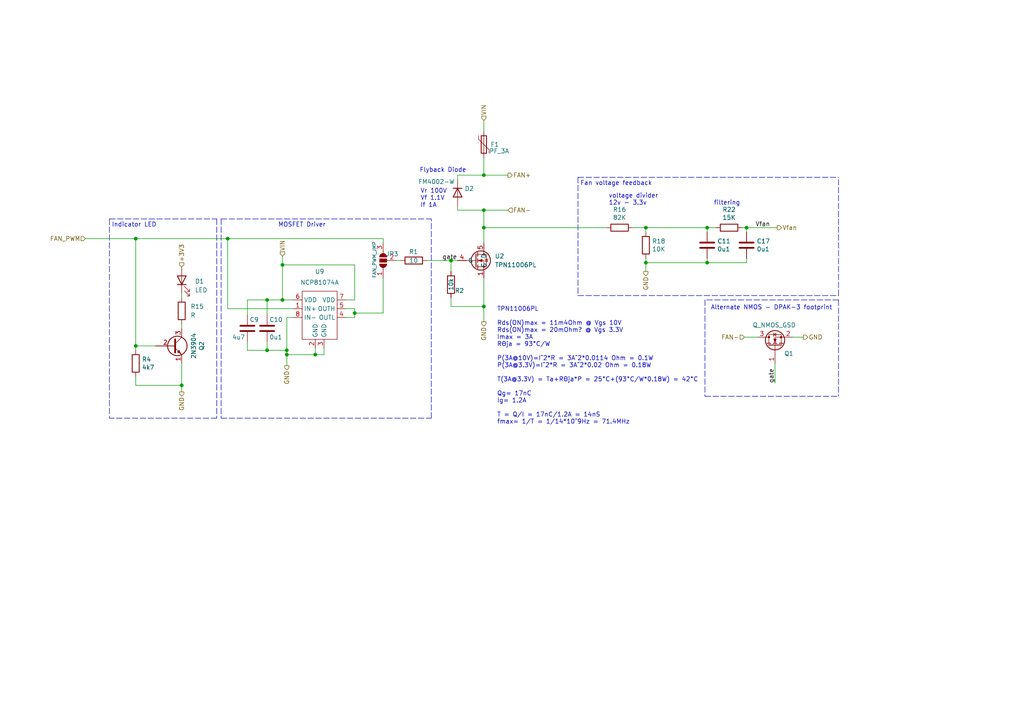
<source format=kicad_sch>
(kicad_sch (version 20211123) (generator eeschema)

  (uuid a455ade0-8ddb-42b8-9070-03402a47e789)

  (paper "A4")

  (title_block
    (title "CDH_ECU")
    (date "2022-03-06")
    (rev "1.2.3")
    (company "Daniel Edwards")
    (comment 1 "Chinese Diesel Heater - modern ECU replacement")
  )

  (lib_symbols
    (symbol "Device:C" (pin_numbers hide) (pin_names (offset 0.254)) (in_bom yes) (on_board yes)
      (property "Reference" "C" (id 0) (at 0.635 2.54 0)
        (effects (font (size 1.27 1.27)) (justify left))
      )
      (property "Value" "C" (id 1) (at 0.635 -2.54 0)
        (effects (font (size 1.27 1.27)) (justify left))
      )
      (property "Footprint" "" (id 2) (at 0.9652 -3.81 0)
        (effects (font (size 1.27 1.27)) hide)
      )
      (property "Datasheet" "~" (id 3) (at 0 0 0)
        (effects (font (size 1.27 1.27)) hide)
      )
      (property "ki_keywords" "cap capacitor" (id 4) (at 0 0 0)
        (effects (font (size 1.27 1.27)) hide)
      )
      (property "ki_description" "Unpolarized capacitor" (id 5) (at 0 0 0)
        (effects (font (size 1.27 1.27)) hide)
      )
      (property "ki_fp_filters" "C_*" (id 6) (at 0 0 0)
        (effects (font (size 1.27 1.27)) hide)
      )
      (symbol "C_0_1"
        (polyline
          (pts
            (xy -2.032 -0.762)
            (xy 2.032 -0.762)
          )
          (stroke (width 0.508) (type default) (color 0 0 0 0))
          (fill (type none))
        )
        (polyline
          (pts
            (xy -2.032 0.762)
            (xy 2.032 0.762)
          )
          (stroke (width 0.508) (type default) (color 0 0 0 0))
          (fill (type none))
        )
      )
      (symbol "C_1_1"
        (pin passive line (at 0 3.81 270) (length 2.794)
          (name "~" (effects (font (size 1.27 1.27))))
          (number "1" (effects (font (size 1.27 1.27))))
        )
        (pin passive line (at 0 -3.81 90) (length 2.794)
          (name "~" (effects (font (size 1.27 1.27))))
          (number "2" (effects (font (size 1.27 1.27))))
        )
      )
    )
    (symbol "Device:D" (pin_numbers hide) (pin_names (offset 1.016) hide) (in_bom yes) (on_board yes)
      (property "Reference" "D" (id 0) (at 0 2.54 0)
        (effects (font (size 1.27 1.27)))
      )
      (property "Value" "D" (id 1) (at 0 -2.54 0)
        (effects (font (size 1.27 1.27)))
      )
      (property "Footprint" "" (id 2) (at 0 0 0)
        (effects (font (size 1.27 1.27)) hide)
      )
      (property "Datasheet" "~" (id 3) (at 0 0 0)
        (effects (font (size 1.27 1.27)) hide)
      )
      (property "ki_keywords" "diode" (id 4) (at 0 0 0)
        (effects (font (size 1.27 1.27)) hide)
      )
      (property "ki_description" "Diode" (id 5) (at 0 0 0)
        (effects (font (size 1.27 1.27)) hide)
      )
      (property "ki_fp_filters" "TO-???* *_Diode_* *SingleDiode* D_*" (id 6) (at 0 0 0)
        (effects (font (size 1.27 1.27)) hide)
      )
      (symbol "D_0_1"
        (polyline
          (pts
            (xy -1.27 1.27)
            (xy -1.27 -1.27)
          )
          (stroke (width 0.254) (type default) (color 0 0 0 0))
          (fill (type none))
        )
        (polyline
          (pts
            (xy 1.27 0)
            (xy -1.27 0)
          )
          (stroke (width 0) (type default) (color 0 0 0 0))
          (fill (type none))
        )
        (polyline
          (pts
            (xy 1.27 1.27)
            (xy 1.27 -1.27)
            (xy -1.27 0)
            (xy 1.27 1.27)
          )
          (stroke (width 0.254) (type default) (color 0 0 0 0))
          (fill (type none))
        )
      )
      (symbol "D_1_1"
        (pin passive line (at -3.81 0 0) (length 2.54)
          (name "K" (effects (font (size 1.27 1.27))))
          (number "1" (effects (font (size 1.27 1.27))))
        )
        (pin passive line (at 3.81 0 180) (length 2.54)
          (name "A" (effects (font (size 1.27 1.27))))
          (number "2" (effects (font (size 1.27 1.27))))
        )
      )
    )
    (symbol "Device:LED" (pin_numbers hide) (pin_names (offset 1.016) hide) (in_bom yes) (on_board yes)
      (property "Reference" "D" (id 0) (at 0 2.54 0)
        (effects (font (size 1.27 1.27)))
      )
      (property "Value" "LED" (id 1) (at 0 -2.54 0)
        (effects (font (size 1.27 1.27)))
      )
      (property "Footprint" "" (id 2) (at 0 0 0)
        (effects (font (size 1.27 1.27)) hide)
      )
      (property "Datasheet" "~" (id 3) (at 0 0 0)
        (effects (font (size 1.27 1.27)) hide)
      )
      (property "ki_keywords" "LED diode" (id 4) (at 0 0 0)
        (effects (font (size 1.27 1.27)) hide)
      )
      (property "ki_description" "Light emitting diode" (id 5) (at 0 0 0)
        (effects (font (size 1.27 1.27)) hide)
      )
      (property "ki_fp_filters" "LED* LED_SMD:* LED_THT:*" (id 6) (at 0 0 0)
        (effects (font (size 1.27 1.27)) hide)
      )
      (symbol "LED_0_1"
        (polyline
          (pts
            (xy -1.27 -1.27)
            (xy -1.27 1.27)
          )
          (stroke (width 0.254) (type default) (color 0 0 0 0))
          (fill (type none))
        )
        (polyline
          (pts
            (xy -1.27 0)
            (xy 1.27 0)
          )
          (stroke (width 0) (type default) (color 0 0 0 0))
          (fill (type none))
        )
        (polyline
          (pts
            (xy 1.27 -1.27)
            (xy 1.27 1.27)
            (xy -1.27 0)
            (xy 1.27 -1.27)
          )
          (stroke (width 0.254) (type default) (color 0 0 0 0))
          (fill (type none))
        )
        (polyline
          (pts
            (xy -3.048 -0.762)
            (xy -4.572 -2.286)
            (xy -3.81 -2.286)
            (xy -4.572 -2.286)
            (xy -4.572 -1.524)
          )
          (stroke (width 0) (type default) (color 0 0 0 0))
          (fill (type none))
        )
        (polyline
          (pts
            (xy -1.778 -0.762)
            (xy -3.302 -2.286)
            (xy -2.54 -2.286)
            (xy -3.302 -2.286)
            (xy -3.302 -1.524)
          )
          (stroke (width 0) (type default) (color 0 0 0 0))
          (fill (type none))
        )
      )
      (symbol "LED_1_1"
        (pin passive line (at -3.81 0 0) (length 2.54)
          (name "K" (effects (font (size 1.27 1.27))))
          (number "1" (effects (font (size 1.27 1.27))))
        )
        (pin passive line (at 3.81 0 180) (length 2.54)
          (name "A" (effects (font (size 1.27 1.27))))
          (number "2" (effects (font (size 1.27 1.27))))
        )
      )
    )
    (symbol "Device:Polyfuse" (pin_numbers hide) (pin_names (offset 0)) (in_bom yes) (on_board yes)
      (property "Reference" "F" (id 0) (at -2.54 0 90)
        (effects (font (size 1.27 1.27)))
      )
      (property "Value" "Polyfuse" (id 1) (at 2.54 0 90)
        (effects (font (size 1.27 1.27)))
      )
      (property "Footprint" "" (id 2) (at 1.27 -5.08 0)
        (effects (font (size 1.27 1.27)) (justify left) hide)
      )
      (property "Datasheet" "~" (id 3) (at 0 0 0)
        (effects (font (size 1.27 1.27)) hide)
      )
      (property "ki_keywords" "resettable fuse PTC PPTC polyfuse polyswitch" (id 4) (at 0 0 0)
        (effects (font (size 1.27 1.27)) hide)
      )
      (property "ki_description" "Resettable fuse, polymeric positive temperature coefficient" (id 5) (at 0 0 0)
        (effects (font (size 1.27 1.27)) hide)
      )
      (property "ki_fp_filters" "*polyfuse* *PTC*" (id 6) (at 0 0 0)
        (effects (font (size 1.27 1.27)) hide)
      )
      (symbol "Polyfuse_0_1"
        (rectangle (start -0.762 2.54) (end 0.762 -2.54)
          (stroke (width 0.254) (type default) (color 0 0 0 0))
          (fill (type none))
        )
        (polyline
          (pts
            (xy 0 2.54)
            (xy 0 -2.54)
          )
          (stroke (width 0) (type default) (color 0 0 0 0))
          (fill (type none))
        )
        (polyline
          (pts
            (xy -1.524 2.54)
            (xy -1.524 1.524)
            (xy 1.524 -1.524)
            (xy 1.524 -2.54)
          )
          (stroke (width 0) (type default) (color 0 0 0 0))
          (fill (type none))
        )
      )
      (symbol "Polyfuse_1_1"
        (pin passive line (at 0 3.81 270) (length 1.27)
          (name "~" (effects (font (size 1.27 1.27))))
          (number "1" (effects (font (size 1.27 1.27))))
        )
        (pin passive line (at 0 -3.81 90) (length 1.27)
          (name "~" (effects (font (size 1.27 1.27))))
          (number "2" (effects (font (size 1.27 1.27))))
        )
      )
    )
    (symbol "Device:Q_NMOS_GSD" (pin_names (offset 0) hide) (in_bom yes) (on_board yes)
      (property "Reference" "Q" (id 0) (at 5.08 1.27 0)
        (effects (font (size 1.27 1.27)) (justify left))
      )
      (property "Value" "Q_NMOS_GSD" (id 1) (at 5.08 -1.27 0)
        (effects (font (size 1.27 1.27)) (justify left))
      )
      (property "Footprint" "" (id 2) (at 5.08 2.54 0)
        (effects (font (size 1.27 1.27)) hide)
      )
      (property "Datasheet" "~" (id 3) (at 0 0 0)
        (effects (font (size 1.27 1.27)) hide)
      )
      (property "ki_keywords" "transistor NMOS N-MOS N-MOSFET" (id 4) (at 0 0 0)
        (effects (font (size 1.27 1.27)) hide)
      )
      (property "ki_description" "N-MOSFET transistor, gate/source/drain" (id 5) (at 0 0 0)
        (effects (font (size 1.27 1.27)) hide)
      )
      (symbol "Q_NMOS_GSD_0_1"
        (polyline
          (pts
            (xy 0.254 0)
            (xy -2.54 0)
          )
          (stroke (width 0) (type default) (color 0 0 0 0))
          (fill (type none))
        )
        (polyline
          (pts
            (xy 0.254 1.905)
            (xy 0.254 -1.905)
          )
          (stroke (width 0.254) (type default) (color 0 0 0 0))
          (fill (type none))
        )
        (polyline
          (pts
            (xy 0.762 -1.27)
            (xy 0.762 -2.286)
          )
          (stroke (width 0.254) (type default) (color 0 0 0 0))
          (fill (type none))
        )
        (polyline
          (pts
            (xy 0.762 0.508)
            (xy 0.762 -0.508)
          )
          (stroke (width 0.254) (type default) (color 0 0 0 0))
          (fill (type none))
        )
        (polyline
          (pts
            (xy 0.762 2.286)
            (xy 0.762 1.27)
          )
          (stroke (width 0.254) (type default) (color 0 0 0 0))
          (fill (type none))
        )
        (polyline
          (pts
            (xy 2.54 2.54)
            (xy 2.54 1.778)
          )
          (stroke (width 0) (type default) (color 0 0 0 0))
          (fill (type none))
        )
        (polyline
          (pts
            (xy 2.54 -2.54)
            (xy 2.54 0)
            (xy 0.762 0)
          )
          (stroke (width 0) (type default) (color 0 0 0 0))
          (fill (type none))
        )
        (polyline
          (pts
            (xy 0.762 -1.778)
            (xy 3.302 -1.778)
            (xy 3.302 1.778)
            (xy 0.762 1.778)
          )
          (stroke (width 0) (type default) (color 0 0 0 0))
          (fill (type none))
        )
        (polyline
          (pts
            (xy 1.016 0)
            (xy 2.032 0.381)
            (xy 2.032 -0.381)
            (xy 1.016 0)
          )
          (stroke (width 0) (type default) (color 0 0 0 0))
          (fill (type outline))
        )
        (polyline
          (pts
            (xy 2.794 0.508)
            (xy 2.921 0.381)
            (xy 3.683 0.381)
            (xy 3.81 0.254)
          )
          (stroke (width 0) (type default) (color 0 0 0 0))
          (fill (type none))
        )
        (polyline
          (pts
            (xy 3.302 0.381)
            (xy 2.921 -0.254)
            (xy 3.683 -0.254)
            (xy 3.302 0.381)
          )
          (stroke (width 0) (type default) (color 0 0 0 0))
          (fill (type none))
        )
        (circle (center 1.651 0) (radius 2.794)
          (stroke (width 0.254) (type default) (color 0 0 0 0))
          (fill (type none))
        )
        (circle (center 2.54 -1.778) (radius 0.254)
          (stroke (width 0) (type default) (color 0 0 0 0))
          (fill (type outline))
        )
        (circle (center 2.54 1.778) (radius 0.254)
          (stroke (width 0) (type default) (color 0 0 0 0))
          (fill (type outline))
        )
      )
      (symbol "Q_NMOS_GSD_1_1"
        (pin input line (at -5.08 0 0) (length 2.54)
          (name "G" (effects (font (size 1.27 1.27))))
          (number "1" (effects (font (size 1.27 1.27))))
        )
        (pin passive line (at 2.54 -5.08 90) (length 2.54)
          (name "S" (effects (font (size 1.27 1.27))))
          (number "2" (effects (font (size 1.27 1.27))))
        )
        (pin passive line (at 2.54 5.08 270) (length 2.54)
          (name "D" (effects (font (size 1.27 1.27))))
          (number "3" (effects (font (size 1.27 1.27))))
        )
      )
    )
    (symbol "Device:R" (pin_numbers hide) (pin_names (offset 0)) (in_bom yes) (on_board yes)
      (property "Reference" "R" (id 0) (at 2.032 0 90)
        (effects (font (size 1.27 1.27)))
      )
      (property "Value" "R" (id 1) (at 0 0 90)
        (effects (font (size 1.27 1.27)))
      )
      (property "Footprint" "" (id 2) (at -1.778 0 90)
        (effects (font (size 1.27 1.27)) hide)
      )
      (property "Datasheet" "~" (id 3) (at 0 0 0)
        (effects (font (size 1.27 1.27)) hide)
      )
      (property "ki_keywords" "R res resistor" (id 4) (at 0 0 0)
        (effects (font (size 1.27 1.27)) hide)
      )
      (property "ki_description" "Resistor" (id 5) (at 0 0 0)
        (effects (font (size 1.27 1.27)) hide)
      )
      (property "ki_fp_filters" "R_*" (id 6) (at 0 0 0)
        (effects (font (size 1.27 1.27)) hide)
      )
      (symbol "R_0_1"
        (rectangle (start -1.016 -2.54) (end 1.016 2.54)
          (stroke (width 0.254) (type default) (color 0 0 0 0))
          (fill (type none))
        )
      )
      (symbol "R_1_1"
        (pin passive line (at 0 3.81 270) (length 1.27)
          (name "~" (effects (font (size 1.27 1.27))))
          (number "1" (effects (font (size 1.27 1.27))))
        )
        (pin passive line (at 0 -3.81 90) (length 1.27)
          (name "~" (effects (font (size 1.27 1.27))))
          (number "2" (effects (font (size 1.27 1.27))))
        )
      )
    )
    (symbol "Driver_FET:NCP81074A" (in_bom yes) (on_board yes)
      (property "Reference" "U" (id 0) (at 0 0 0)
        (effects (font (size 1.27 1.27)))
      )
      (property "Value" "NCP81074A" (id 1) (at 0 -2.54 0)
        (effects (font (size 1.27 1.27)))
      )
      (property "Footprint" "Package_SO:SOIC-8_3.9x4.9mm_P1.27mm" (id 2) (at 0 0 0)
        (effects (font (size 1.27 1.27)) hide)
      )
      (property "Datasheet" "https://www.mouser.fi/datasheet/2/308/1/NCP81074_D-2317499.pdf" (id 3) (at 0 0 0)
        (effects (font (size 1.27 1.27)) hide)
      )
      (symbol "NCP81074A_0_1"
        (rectangle (start -5.08 -3.81) (end 5.08 -17.78)
          (stroke (width 0) (type default) (color 0 0 0 0))
          (fill (type none))
        )
      )
      (symbol "NCP81074A_1_1"
        (pin input line (at -7.62 -8.89 0) (length 2.54)
          (name "IN+" (effects (font (size 1.27 1.27))))
          (number "1" (effects (font (size 1.27 1.27))))
        )
        (pin input line (at -1.27 -20.32 90) (length 2.54)
          (name "GND" (effects (font (size 1.27 1.27))))
          (number "2" (effects (font (size 1.27 1.27))))
        )
        (pin input line (at 1.27 -20.32 90) (length 2.54)
          (name "GND" (effects (font (size 1.27 1.27))))
          (number "3" (effects (font (size 1.27 1.27))))
        )
        (pin input line (at 7.62 -11.43 180) (length 2.54)
          (name "OUTL" (effects (font (size 1.27 1.27))))
          (number "4" (effects (font (size 1.27 1.27))))
        )
        (pin input line (at 7.62 -8.89 180) (length 2.54)
          (name "OUTH" (effects (font (size 1.27 1.27))))
          (number "5" (effects (font (size 1.27 1.27))))
        )
        (pin input line (at -7.62 -6.35 0) (length 2.54)
          (name "VDD" (effects (font (size 1.27 1.27))))
          (number "6" (effects (font (size 1.27 1.27))))
        )
        (pin input line (at 7.62 -6.35 180) (length 2.54)
          (name "VDD" (effects (font (size 1.27 1.27))))
          (number "7" (effects (font (size 1.27 1.27))))
        )
        (pin input line (at -7.62 -11.43 0) (length 2.54)
          (name "IN-" (effects (font (size 1.27 1.27))))
          (number "8" (effects (font (size 1.27 1.27))))
        )
      )
    )
    (symbol "Jumper:SolderJumper_3_Open" (pin_names (offset 0) hide) (in_bom yes) (on_board yes)
      (property "Reference" "JP" (id 0) (at -2.54 -2.54 0)
        (effects (font (size 1.27 1.27)))
      )
      (property "Value" "SolderJumper_3_Open" (id 1) (at 0 2.794 0)
        (effects (font (size 1.27 1.27)))
      )
      (property "Footprint" "" (id 2) (at 0 0 0)
        (effects (font (size 1.27 1.27)) hide)
      )
      (property "Datasheet" "~" (id 3) (at 0 0 0)
        (effects (font (size 1.27 1.27)) hide)
      )
      (property "ki_keywords" "Solder Jumper SPDT" (id 4) (at 0 0 0)
        (effects (font (size 1.27 1.27)) hide)
      )
      (property "ki_description" "Solder Jumper, 3-pole, open" (id 5) (at 0 0 0)
        (effects (font (size 1.27 1.27)) hide)
      )
      (property "ki_fp_filters" "SolderJumper*Open*" (id 6) (at 0 0 0)
        (effects (font (size 1.27 1.27)) hide)
      )
      (symbol "SolderJumper_3_Open_0_1"
        (arc (start -1.016 1.016) (mid -2.032 0) (end -1.016 -1.016)
          (stroke (width 0) (type default) (color 0 0 0 0))
          (fill (type none))
        )
        (arc (start -1.016 1.016) (mid -2.032 0) (end -1.016 -1.016)
          (stroke (width 0) (type default) (color 0 0 0 0))
          (fill (type outline))
        )
        (rectangle (start -0.508 1.016) (end 0.508 -1.016)
          (stroke (width 0) (type default) (color 0 0 0 0))
          (fill (type outline))
        )
        (polyline
          (pts
            (xy -2.54 0)
            (xy -2.032 0)
          )
          (stroke (width 0) (type default) (color 0 0 0 0))
          (fill (type none))
        )
        (polyline
          (pts
            (xy -1.016 1.016)
            (xy -1.016 -1.016)
          )
          (stroke (width 0) (type default) (color 0 0 0 0))
          (fill (type none))
        )
        (polyline
          (pts
            (xy 0 -1.27)
            (xy 0 -1.016)
          )
          (stroke (width 0) (type default) (color 0 0 0 0))
          (fill (type none))
        )
        (polyline
          (pts
            (xy 1.016 1.016)
            (xy 1.016 -1.016)
          )
          (stroke (width 0) (type default) (color 0 0 0 0))
          (fill (type none))
        )
        (polyline
          (pts
            (xy 2.54 0)
            (xy 2.032 0)
          )
          (stroke (width 0) (type default) (color 0 0 0 0))
          (fill (type none))
        )
        (arc (start 1.016 -1.016) (mid 2.032 0) (end 1.016 1.016)
          (stroke (width 0) (type default) (color 0 0 0 0))
          (fill (type none))
        )
        (arc (start 1.016 -1.016) (mid 2.032 0) (end 1.016 1.016)
          (stroke (width 0) (type default) (color 0 0 0 0))
          (fill (type outline))
        )
      )
      (symbol "SolderJumper_3_Open_1_1"
        (pin passive line (at -5.08 0 0) (length 2.54)
          (name "A" (effects (font (size 1.27 1.27))))
          (number "1" (effects (font (size 1.27 1.27))))
        )
        (pin input line (at 0 -3.81 90) (length 2.54)
          (name "C" (effects (font (size 1.27 1.27))))
          (number "2" (effects (font (size 1.27 1.27))))
        )
        (pin passive line (at 5.08 0 180) (length 2.54)
          (name "B" (effects (font (size 1.27 1.27))))
          (number "3" (effects (font (size 1.27 1.27))))
        )
      )
    )
    (symbol "Transistor_BJT:2N3904" (pin_names (offset 0) hide) (in_bom yes) (on_board yes)
      (property "Reference" "Q" (id 0) (at 5.08 1.905 0)
        (effects (font (size 1.27 1.27)) (justify left))
      )
      (property "Value" "2N3904" (id 1) (at 5.08 0 0)
        (effects (font (size 1.27 1.27)) (justify left))
      )
      (property "Footprint" "Package_TO_SOT_THT:TO-92_Inline" (id 2) (at 5.08 -1.905 0)
        (effects (font (size 1.27 1.27) italic) (justify left) hide)
      )
      (property "Datasheet" "https://www.onsemi.com/pub/Collateral/2N3903-D.PDF" (id 3) (at 0 0 0)
        (effects (font (size 1.27 1.27)) (justify left) hide)
      )
      (property "ki_keywords" "NPN Transistor" (id 4) (at 0 0 0)
        (effects (font (size 1.27 1.27)) hide)
      )
      (property "ki_description" "0.2A Ic, 40V Vce, Small Signal NPN Transistor, TO-92" (id 5) (at 0 0 0)
        (effects (font (size 1.27 1.27)) hide)
      )
      (property "ki_fp_filters" "TO?92*" (id 6) (at 0 0 0)
        (effects (font (size 1.27 1.27)) hide)
      )
      (symbol "2N3904_0_1"
        (polyline
          (pts
            (xy 0.635 0.635)
            (xy 2.54 2.54)
          )
          (stroke (width 0) (type default) (color 0 0 0 0))
          (fill (type none))
        )
        (polyline
          (pts
            (xy 0.635 -0.635)
            (xy 2.54 -2.54)
            (xy 2.54 -2.54)
          )
          (stroke (width 0) (type default) (color 0 0 0 0))
          (fill (type none))
        )
        (polyline
          (pts
            (xy 0.635 1.905)
            (xy 0.635 -1.905)
            (xy 0.635 -1.905)
          )
          (stroke (width 0.508) (type default) (color 0 0 0 0))
          (fill (type none))
        )
        (polyline
          (pts
            (xy 1.27 -1.778)
            (xy 1.778 -1.27)
            (xy 2.286 -2.286)
            (xy 1.27 -1.778)
            (xy 1.27 -1.778)
          )
          (stroke (width 0) (type default) (color 0 0 0 0))
          (fill (type outline))
        )
        (circle (center 1.27 0) (radius 2.8194)
          (stroke (width 0.254) (type default) (color 0 0 0 0))
          (fill (type none))
        )
      )
      (symbol "2N3904_1_1"
        (pin passive line (at 2.54 -5.08 90) (length 2.54)
          (name "E" (effects (font (size 1.27 1.27))))
          (number "1" (effects (font (size 1.27 1.27))))
        )
        (pin passive line (at -5.08 0 0) (length 5.715)
          (name "B" (effects (font (size 1.27 1.27))))
          (number "2" (effects (font (size 1.27 1.27))))
        )
        (pin passive line (at 2.54 5.08 270) (length 2.54)
          (name "C" (effects (font (size 1.27 1.27))))
          (number "3" (effects (font (size 1.27 1.27))))
        )
      )
    )
    (symbol "Transistor_FET:TPN11006PL" (in_bom yes) (on_board yes)
      (property "Reference" "U" (id 0) (at 0 0 0)
        (effects (font (size 1.27 1.27)))
      )
      (property "Value" "TPN11006PL" (id 1) (at 0 -2.54 0)
        (effects (font (size 1.27 1.27)))
      )
      (property "Footprint" "Package_SON:VSON-8_3.3x3.3mm_P0.65mm_NexFET" (id 2) (at 0 0 0)
        (effects (font (size 1.27 1.27)) hide)
      )
      (property "Datasheet" "https://www.mouser.fi/datasheet/2/408/TPN11006PL_datasheet_en_20160920-1568578.pdf" (id 3) (at 0 0 0)
        (effects (font (size 1.27 1.27)) hide)
      )
      (symbol "TPN11006PL_0_1"
        (polyline
          (pts
            (xy 0.254 -8.89)
            (xy -2.54 -8.89)
          )
          (stroke (width 0) (type default) (color 0 0 0 0))
          (fill (type none))
        )
        (polyline
          (pts
            (xy 0.254 -6.985)
            (xy 0.254 -10.795)
          )
          (stroke (width 0.254) (type default) (color 0 0 0 0))
          (fill (type none))
        )
        (polyline
          (pts
            (xy 0.762 -10.16)
            (xy 0.762 -11.176)
          )
          (stroke (width 0.254) (type default) (color 0 0 0 0))
          (fill (type none))
        )
        (polyline
          (pts
            (xy 0.762 -8.382)
            (xy 0.762 -9.398)
          )
          (stroke (width 0.254) (type default) (color 0 0 0 0))
          (fill (type none))
        )
        (polyline
          (pts
            (xy 0.762 -6.604)
            (xy 0.762 -7.62)
          )
          (stroke (width 0.254) (type default) (color 0 0 0 0))
          (fill (type none))
        )
        (polyline
          (pts
            (xy 2.54 -6.35)
            (xy 2.54 -7.112)
          )
          (stroke (width 0) (type default) (color 0 0 0 0))
          (fill (type none))
        )
        (polyline
          (pts
            (xy 2.54 -11.43)
            (xy 2.54 -8.89)
            (xy 0.762 -8.89)
          )
          (stroke (width 0) (type default) (color 0 0 0 0))
          (fill (type none))
        )
        (polyline
          (pts
            (xy 0.762 -10.668)
            (xy 3.302 -10.668)
            (xy 3.302 -7.112)
            (xy 0.762 -7.112)
          )
          (stroke (width 0) (type default) (color 0 0 0 0))
          (fill (type none))
        )
        (polyline
          (pts
            (xy 1.016 -8.89)
            (xy 2.032 -8.509)
            (xy 2.032 -9.271)
            (xy 1.016 -8.89)
          )
          (stroke (width 0) (type default) (color 0 0 0 0))
          (fill (type outline))
        )
        (polyline
          (pts
            (xy 2.794 -8.382)
            (xy 2.921 -8.509)
            (xy 3.683 -8.509)
            (xy 3.81 -8.636)
          )
          (stroke (width 0) (type default) (color 0 0 0 0))
          (fill (type none))
        )
        (polyline
          (pts
            (xy 3.302 -8.509)
            (xy 2.921 -9.144)
            (xy 3.683 -9.144)
            (xy 3.302 -8.509)
          )
          (stroke (width 0) (type default) (color 0 0 0 0))
          (fill (type none))
        )
        (circle (center 1.651 -8.89) (radius 2.794)
          (stroke (width 0.254) (type default) (color 0 0 0 0))
          (fill (type none))
        )
        (circle (center 2.54 -10.668) (radius 0.254)
          (stroke (width 0) (type default) (color 0 0 0 0))
          (fill (type outline))
        )
        (circle (center 2.54 -7.112) (radius 0.254)
          (stroke (width 0) (type default) (color 0 0 0 0))
          (fill (type outline))
        )
      )
      (symbol "TPN11006PL_1_1"
        (pin passive line (at 2.54 -13.97 90) (length 2.54)
          (name "S" (effects (font (size 1.27 1.27))))
          (number "1" (effects (font (size 1.27 1.27))))
        )
        (pin passive line (at 2.54 -13.97 90) (length 2.54) hide
          (name "S" (effects (font (size 1.27 1.27))))
          (number "2" (effects (font (size 1.27 1.27))))
        )
        (pin passive line (at 2.54 -13.97 90) (length 2.54) hide
          (name "S" (effects (font (size 1.27 1.27))))
          (number "3" (effects (font (size 1.27 1.27))))
        )
        (pin passive line (at -5.08 -8.89 0) (length 2.54)
          (name "G" (effects (font (size 1.27 1.27))))
          (number "4" (effects (font (size 1.27 1.27))))
        )
        (pin passive line (at 2.54 -3.81 270) (length 2.54)
          (name "D" (effects (font (size 1.27 1.27))))
          (number "5" (effects (font (size 1.27 1.27))))
        )
      )
    )
  )

  (junction (at 205.105 76.2) (diameter 0) (color 0 0 0 0)
    (uuid 044ab65a-a501-4a80-909e-8312d7122a54)
  )
  (junction (at 187.325 76.2) (diameter 0) (color 0 0 0 0)
    (uuid 09ca7180-ca45-461b-84bc-f9f0472691ec)
  )
  (junction (at 52.705 111.76) (diameter 0) (color 0 0 0 0)
    (uuid 0d3f836c-4e3c-421a-a14a-82a69775ab56)
  )
  (junction (at 187.325 66.04) (diameter 0) (color 0 0 0 0)
    (uuid 12fd3710-b33a-44fd-98ce-0f08caa39ce3)
  )
  (junction (at 216.535 66.04) (diameter 0) (color 0 0 0 0)
    (uuid 2905535d-b180-443b-b138-aa8a1c0bfb7e)
  )
  (junction (at 81.915 76.835) (diameter 0) (color 0 0 0 0)
    (uuid 3ff29c9f-dc7a-4491-81ac-d04ea084efb5)
  )
  (junction (at 83.185 102.87) (diameter 0) (color 0 0 0 0)
    (uuid 53cfc1a9-518a-474b-bbf8-d6071326d025)
  )
  (junction (at 39.37 69.215) (diameter 0) (color 0 0 0 0)
    (uuid 5a1b0058-4850-4ea8-bf8c-eea4c08d4d7f)
  )
  (junction (at 205.105 66.04) (diameter 0) (color 0 0 0 0)
    (uuid 5ea0a821-6288-4ed7-938b-ae7e4cb6e94c)
  )
  (junction (at 91.44 102.87) (diameter 0) (color 0 0 0 0)
    (uuid 63fd67c7-a692-4775-bf1f-8a5426cc3c06)
  )
  (junction (at 130.81 75.565) (diameter 0) (color 0 0 0 0)
    (uuid 753134d4-c01e-4464-a723-9388692aca2f)
  )
  (junction (at 39.37 100.33) (diameter 0) (color 0 0 0 0)
    (uuid 7b421715-0201-4bfe-bda8-26297677e14d)
  )
  (junction (at 77.47 101.6) (diameter 0) (color 0 0 0 0)
    (uuid 7b4ce41b-139b-4d93-9d2d-a4fbb4c832c6)
  )
  (junction (at 140.335 50.8) (diameter 0) (color 0 0 0 0)
    (uuid 93b39e2c-6c0a-4cb9-8266-0183f4257525)
  )
  (junction (at 77.47 86.995) (diameter 0) (color 0 0 0 0)
    (uuid 97af3fb7-5840-4c0c-928f-6135511013bc)
  )
  (junction (at 102.87 90.805) (diameter 0) (color 0 0 0 0)
    (uuid 98cee784-46a0-4ad2-9088-08e091a043c8)
  )
  (junction (at 66.04 69.215) (diameter 0) (color 0 0 0 0)
    (uuid 9e602694-d45b-4f34-ab5f-a9dc82656437)
  )
  (junction (at 140.335 66.04) (diameter 0) (color 0 0 0 0)
    (uuid b5e07bc1-780a-4f8e-b08e-ed5289946540)
  )
  (junction (at 140.335 60.96) (diameter 0) (color 0 0 0 0)
    (uuid b6eb4d1b-d2d3-4bb1-9447-f96ade66180a)
  )
  (junction (at 140.335 88.9) (diameter 0) (color 0 0 0 0)
    (uuid bc9341c3-d2e4-49e7-ae76-dd777505ad16)
  )
  (junction (at 83.185 101.6) (diameter 0) (color 0 0 0 0)
    (uuid d1c32974-d158-4ca1-8e1c-8ede6834a222)
  )
  (junction (at 81.915 86.995) (diameter 0) (color 0 0 0 0)
    (uuid ed1f58b6-30f4-4964-b3db-c1667b91240f)
  )

  (polyline (pts (xy 64.135 63.5) (xy 125.095 63.5))
    (stroke (width 0) (type default) (color 0 0 0 0))
    (uuid 076cecab-14ab-4091-b517-3e4b8c4cf246)
  )
  (polyline (pts (xy 125.095 121.285) (xy 125.095 63.5))
    (stroke (width 0) (type default) (color 0 0 0 0))
    (uuid 0a537cf5-b2eb-4c82-8d6a-9d49f32c83e7)
  )

  (wire (pts (xy 140.335 66.04) (xy 140.335 70.485))
    (stroke (width 0) (type default) (color 0 0 0 0))
    (uuid 0ce76204-940e-4026-999b-9cdc9519fa0a)
  )
  (wire (pts (xy 140.335 60.96) (xy 140.335 66.04))
    (stroke (width 0) (type default) (color 0 0 0 0))
    (uuid 0daab462-9822-4068-88d8-f5941a3244f1)
  )
  (wire (pts (xy 52.705 113.665) (xy 52.705 111.76))
    (stroke (width 0) (type default) (color 0 0 0 0))
    (uuid 0f03bff2-f1ca-4ca2-8c53-4097bf92f576)
  )
  (polyline (pts (xy 167.64 85.725) (xy 243.205 85.725))
    (stroke (width 0) (type default) (color 0 0 0 0))
    (uuid 14373a04-62c4-41a3-9514-813f27c0a2c3)
  )

  (wire (pts (xy 100.33 89.535) (xy 102.87 89.535))
    (stroke (width 0) (type default) (color 0 0 0 0))
    (uuid 155c8839-5661-42e9-b2cd-d4e832cac169)
  )
  (wire (pts (xy 187.325 67.31) (xy 187.325 66.04))
    (stroke (width 0) (type default) (color 0 0 0 0))
    (uuid 17818a06-0f53-44cc-9ecf-d9329b93fe20)
  )
  (wire (pts (xy 102.87 90.805) (xy 111.125 90.805))
    (stroke (width 0) (type default) (color 0 0 0 0))
    (uuid 18296f36-e8a3-424f-847f-b09d0969f001)
  )
  (wire (pts (xy 100.33 86.995) (xy 102.87 86.995))
    (stroke (width 0) (type default) (color 0 0 0 0))
    (uuid 1aea185b-4b4b-4dd2-90a1-07d0b24e7999)
  )
  (wire (pts (xy 93.98 100.965) (xy 93.98 102.87))
    (stroke (width 0) (type default) (color 0 0 0 0))
    (uuid 1b73c481-e8aa-428b-b22b-a76c834e493b)
  )
  (wire (pts (xy 102.87 92.075) (xy 100.33 92.075))
    (stroke (width 0) (type default) (color 0 0 0 0))
    (uuid 2115d1a7-8ba9-4206-8324-c2535f0b5c9e)
  )
  (polyline (pts (xy 31.75 63.5) (xy 31.75 121.285))
    (stroke (width 0) (type default) (color 0 0 0 0))
    (uuid 222f2b12-19a5-416f-ba34-143063bda345)
  )

  (wire (pts (xy 140.335 50.8) (xy 147.32 50.8))
    (stroke (width 0) (type default) (color 0 0 0 0))
    (uuid 2523c831-d66d-43f4-bce4-8c957a3aea4e)
  )
  (wire (pts (xy 215.265 66.04) (xy 216.535 66.04))
    (stroke (width 0) (type default) (color 0 0 0 0))
    (uuid 25c42e42-c92f-4886-baa5-e7f91f32e68f)
  )
  (polyline (pts (xy 243.205 85.725) (xy 243.205 51.435))
    (stroke (width 0) (type default) (color 0 0 0 0))
    (uuid 30acf47e-9d90-4220-a8c6-097ce3b9f2fd)
  )
  (polyline (pts (xy 243.205 86.995) (xy 204.47 86.995))
    (stroke (width 0) (type default) (color 0 0 0 0))
    (uuid 32e231c7-48a4-4f8f-84a1-93ac7064f4e1)
  )

  (wire (pts (xy 205.105 67.31) (xy 205.105 66.04))
    (stroke (width 0) (type default) (color 0 0 0 0))
    (uuid 35cda4df-2d47-4e65-981a-75cd5d11eff4)
  )
  (wire (pts (xy 91.44 102.87) (xy 83.185 102.87))
    (stroke (width 0) (type default) (color 0 0 0 0))
    (uuid 3a0fcf26-93ed-48ac-8e25-7c00891fbedc)
  )
  (wire (pts (xy 83.185 102.87) (xy 83.185 106.045))
    (stroke (width 0) (type default) (color 0 0 0 0))
    (uuid 3b2a3468-548a-489e-9422-cabf8ad4409d)
  )
  (wire (pts (xy 85.09 92.075) (xy 83.185 92.075))
    (stroke (width 0) (type default) (color 0 0 0 0))
    (uuid 3e450deb-9843-4ccb-bc5f-447d91e80655)
  )
  (wire (pts (xy 114.935 75.565) (xy 116.205 75.565))
    (stroke (width 0) (type default) (color 0 0 0 0))
    (uuid 4350ff9b-adfa-4263-a709-f0e1583f44de)
  )
  (wire (pts (xy 71.755 86.995) (xy 71.755 91.44))
    (stroke (width 0) (type default) (color 0 0 0 0))
    (uuid 44afb887-5687-43b9-b24a-568a24878f42)
  )
  (wire (pts (xy 183.515 66.04) (xy 187.325 66.04))
    (stroke (width 0) (type default) (color 0 0 0 0))
    (uuid 4e07b676-f9cd-4642-a826-c90a8f1881bb)
  )
  (wire (pts (xy 102.87 89.535) (xy 102.87 90.805))
    (stroke (width 0) (type default) (color 0 0 0 0))
    (uuid 51595c7b-f873-40a2-8694-425533188022)
  )
  (wire (pts (xy 187.325 66.04) (xy 205.105 66.04))
    (stroke (width 0) (type default) (color 0 0 0 0))
    (uuid 51b7e0c7-8661-4cd7-9c30-3fb0383a1168)
  )
  (wire (pts (xy 205.105 66.04) (xy 207.645 66.04))
    (stroke (width 0) (type default) (color 0 0 0 0))
    (uuid 562b9790-7776-485b-83f1-af2b345fbedb)
  )
  (wire (pts (xy 24.765 69.215) (xy 39.37 69.215))
    (stroke (width 0) (type default) (color 0 0 0 0))
    (uuid 583f38ff-4839-4e6c-bb30-a5db7fcfd9ee)
  )
  (wire (pts (xy 224.79 111.125) (xy 224.79 105.41))
    (stroke (width 0) (type default) (color 0 0 0 0))
    (uuid 5bbff8a9-5eb0-4ed1-85aa-b0366d0ed19d)
  )
  (wire (pts (xy 130.81 75.565) (xy 130.81 78.74))
    (stroke (width 0) (type default) (color 0 0 0 0))
    (uuid 5e0cda00-07c3-4b22-8fc7-12907d6eed4a)
  )
  (wire (pts (xy 147.32 60.96) (xy 140.335 60.96))
    (stroke (width 0) (type default) (color 0 0 0 0))
    (uuid 5ff7dbc3-2224-42ed-924c-ae45cdd49c74)
  )
  (wire (pts (xy 93.98 102.87) (xy 91.44 102.87))
    (stroke (width 0) (type default) (color 0 0 0 0))
    (uuid 608aa530-388e-4c77-94ca-bec32b4005c7)
  )
  (wire (pts (xy 81.915 76.835) (xy 81.915 86.995))
    (stroke (width 0) (type default) (color 0 0 0 0))
    (uuid 62c9860a-dcee-4134-96b3-436a940aa5b2)
  )
  (wire (pts (xy 187.325 76.2) (xy 205.105 76.2))
    (stroke (width 0) (type default) (color 0 0 0 0))
    (uuid 6392e035-db06-4575-8469-d4b89ac3c5ef)
  )
  (polyline (pts (xy 62.865 63.5) (xy 62.865 121.285))
    (stroke (width 0) (type default) (color 0 0 0 0))
    (uuid 651dcb34-f41d-4628-9b99-dd553efee069)
  )

  (wire (pts (xy 52.705 111.76) (xy 52.705 105.41))
    (stroke (width 0) (type default) (color 0 0 0 0))
    (uuid 6820052a-0c2d-4241-81d0-f42983cdd073)
  )
  (wire (pts (xy 130.81 88.9) (xy 140.335 88.9))
    (stroke (width 0) (type default) (color 0 0 0 0))
    (uuid 68e7fd4a-68e6-4e34-8e91-825d4ebd9d4a)
  )
  (polyline (pts (xy 204.47 114.935) (xy 243.205 114.935))
    (stroke (width 0) (type default) (color 0 0 0 0))
    (uuid 6c8297cf-557c-4ddd-8d20-bc5ffa1faf8e)
  )

  (wire (pts (xy 77.47 86.995) (xy 71.755 86.995))
    (stroke (width 0) (type default) (color 0 0 0 0))
    (uuid 6cdcdb95-ae6d-4fc4-90c0-1c42b8370116)
  )
  (wire (pts (xy 132.715 52.07) (xy 132.715 50.8))
    (stroke (width 0) (type default) (color 0 0 0 0))
    (uuid 6d60db5d-2861-492e-a1e6-36849e377bf7)
  )
  (wire (pts (xy 85.09 89.535) (xy 66.04 89.535))
    (stroke (width 0) (type default) (color 0 0 0 0))
    (uuid 71e9264f-ba3c-492e-8957-bb0ee499950e)
  )
  (wire (pts (xy 216.535 74.93) (xy 216.535 76.2))
    (stroke (width 0) (type default) (color 0 0 0 0))
    (uuid 75764702-3fa9-4c2b-b02a-199dccfef048)
  )
  (wire (pts (xy 102.87 76.835) (xy 81.915 76.835))
    (stroke (width 0) (type default) (color 0 0 0 0))
    (uuid 75ab73b0-0032-4486-9242-4de62ba7ab8e)
  )
  (wire (pts (xy 52.705 93.98) (xy 52.705 95.25))
    (stroke (width 0) (type default) (color 0 0 0 0))
    (uuid 76fb8df3-3f10-483f-9d28-e756a8f3c457)
  )
  (wire (pts (xy 83.185 101.6) (xy 83.185 102.87))
    (stroke (width 0) (type default) (color 0 0 0 0))
    (uuid 780833eb-658c-4f31-9c64-0a5f41984e30)
  )
  (wire (pts (xy 39.37 69.215) (xy 66.04 69.215))
    (stroke (width 0) (type default) (color 0 0 0 0))
    (uuid 783766b6-ef17-47f4-83d4-41a042fd1b62)
  )
  (wire (pts (xy 66.04 89.535) (xy 66.04 69.215))
    (stroke (width 0) (type default) (color 0 0 0 0))
    (uuid 7ec05c50-7154-48c0-96c6-60d0e87deb97)
  )
  (wire (pts (xy 77.47 86.995) (xy 77.47 91.44))
    (stroke (width 0) (type default) (color 0 0 0 0))
    (uuid 7fb04589-83d2-4a33-b9cc-3620c102b895)
  )
  (wire (pts (xy 229.87 97.79) (xy 233.045 97.79))
    (stroke (width 0) (type default) (color 0 0 0 0))
    (uuid 80091b8f-a3cb-4b4f-8b77-9870a33f6ed4)
  )
  (wire (pts (xy 39.37 69.215) (xy 39.37 100.33))
    (stroke (width 0) (type default) (color 0 0 0 0))
    (uuid 85843d9e-fa02-41dd-98b6-973af450d8e0)
  )
  (polyline (pts (xy 167.64 51.435) (xy 243.205 51.435))
    (stroke (width 0) (type default) (color 0 0 0 0))
    (uuid 8676bb9e-12eb-4ee8-a599-475204c3abbd)
  )

  (wire (pts (xy 216.535 66.04) (xy 225.425 66.04))
    (stroke (width 0) (type default) (color 0 0 0 0))
    (uuid 86a4db02-71a8-4522-9d08-e0789faf3315)
  )
  (wire (pts (xy 140.335 88.9) (xy 140.335 93.345))
    (stroke (width 0) (type default) (color 0 0 0 0))
    (uuid 8b2aed4b-b738-451e-8c07-16a5244a9429)
  )
  (wire (pts (xy 123.825 75.565) (xy 130.81 75.565))
    (stroke (width 0) (type default) (color 0 0 0 0))
    (uuid 8d63a1ca-4af0-465e-83a7-fe31c87ad96c)
  )
  (wire (pts (xy 130.81 75.565) (xy 132.715 75.565))
    (stroke (width 0) (type default) (color 0 0 0 0))
    (uuid 8fb7fe42-167f-428d-99c1-96db287fce47)
  )
  (wire (pts (xy 111.125 70.485) (xy 111.125 69.215))
    (stroke (width 0) (type default) (color 0 0 0 0))
    (uuid 903efea5-d930-4098-b43d-2577b22740cd)
  )
  (wire (pts (xy 187.325 74.93) (xy 187.325 76.2))
    (stroke (width 0) (type default) (color 0 0 0 0))
    (uuid 946026fe-175b-4ed3-8cd6-6a3d86df0fdb)
  )
  (polyline (pts (xy 62.865 121.285) (xy 31.75 121.285))
    (stroke (width 0) (type default) (color 0 0 0 0))
    (uuid 95dc8554-43ff-4e4c-86fe-6b3ac4d7147b)
  )

  (wire (pts (xy 216.535 67.31) (xy 216.535 66.04))
    (stroke (width 0) (type default) (color 0 0 0 0))
    (uuid 9d6aa356-69f8-4d41-a5da-e0623c3627d1)
  )
  (wire (pts (xy 140.335 66.04) (xy 175.895 66.04))
    (stroke (width 0) (type default) (color 0 0 0 0))
    (uuid a58bbf0a-ee18-4c7f-b6a4-310289161243)
  )
  (wire (pts (xy 91.44 100.965) (xy 91.44 102.87))
    (stroke (width 0) (type default) (color 0 0 0 0))
    (uuid a77d5274-cd8b-489b-96f4-b1d279974342)
  )
  (wire (pts (xy 140.335 80.645) (xy 140.335 88.9))
    (stroke (width 0) (type default) (color 0 0 0 0))
    (uuid a8511f88-069d-41db-8cce-57fbd7f434eb)
  )
  (wire (pts (xy 39.37 100.33) (xy 45.085 100.33))
    (stroke (width 0) (type default) (color 0 0 0 0))
    (uuid a97096ea-e40f-4d58-b136-0cfccf698825)
  )
  (wire (pts (xy 52.705 85.09) (xy 52.705 86.36))
    (stroke (width 0) (type default) (color 0 0 0 0))
    (uuid ac977372-57b2-47b4-af26-4636d70ed01a)
  )
  (wire (pts (xy 66.04 69.215) (xy 111.125 69.215))
    (stroke (width 0) (type default) (color 0 0 0 0))
    (uuid b04273f0-01be-4fe1-8dce-fd611764c7e0)
  )
  (wire (pts (xy 77.47 86.995) (xy 81.915 86.995))
    (stroke (width 0) (type default) (color 0 0 0 0))
    (uuid b04ef06c-4f23-4b44-b8fa-cbb2d78bd512)
  )
  (wire (pts (xy 39.37 109.22) (xy 39.37 111.76))
    (stroke (width 0) (type default) (color 0 0 0 0))
    (uuid b09a16b6-c1c1-4f33-8a7d-cbfdf4b0e521)
  )
  (wire (pts (xy 205.105 74.93) (xy 205.105 76.2))
    (stroke (width 0) (type default) (color 0 0 0 0))
    (uuid b79b4e68-eecb-44a6-835f-25a5eed73305)
  )
  (wire (pts (xy 132.715 50.8) (xy 140.335 50.8))
    (stroke (width 0) (type default) (color 0 0 0 0))
    (uuid bd0b169e-6c13-4754-8bfc-189541621ff0)
  )
  (polyline (pts (xy 64.135 121.285) (xy 125.095 121.285))
    (stroke (width 0) (type default) (color 0 0 0 0))
    (uuid becfee33-4374-4645-87a4-9eca297fbaf9)
  )
  (polyline (pts (xy 64.135 63.5) (xy 64.135 121.285))
    (stroke (width 0) (type default) (color 0 0 0 0))
    (uuid bf827701-d487-4c8a-8fd5-cd51f04fcb30)
  )

  (wire (pts (xy 102.87 86.995) (xy 102.87 76.835))
    (stroke (width 0) (type default) (color 0 0 0 0))
    (uuid c04644d8-7e51-43c4-8003-45004728ac6d)
  )
  (polyline (pts (xy 243.205 86.995) (xy 243.205 114.935))
    (stroke (width 0) (type default) (color 0 0 0 0))
    (uuid c3b6551c-aecf-4b7f-b251-7a00518caef9)
  )

  (wire (pts (xy 187.325 76.2) (xy 187.325 78.74))
    (stroke (width 0) (type default) (color 0 0 0 0))
    (uuid cef43132-2e7b-4a38-b4ed-047325302b18)
  )
  (wire (pts (xy 81.915 74.295) (xy 81.915 76.835))
    (stroke (width 0) (type default) (color 0 0 0 0))
    (uuid cfa4ca98-95b3-4c99-aa0d-4989e09a5565)
  )
  (wire (pts (xy 71.755 99.06) (xy 71.755 101.6))
    (stroke (width 0) (type default) (color 0 0 0 0))
    (uuid cfab3ba3-9f30-4e51-8317-5a1e11734b11)
  )
  (wire (pts (xy 132.715 59.69) (xy 132.715 60.96))
    (stroke (width 0) (type default) (color 0 0 0 0))
    (uuid cfae5fc2-79f1-41d8-914b-a4ba0cf424bb)
  )
  (wire (pts (xy 39.37 101.6) (xy 39.37 100.33))
    (stroke (width 0) (type default) (color 0 0 0 0))
    (uuid d3007792-7ae4-4d0d-86c5-d7612576b9ac)
  )
  (polyline (pts (xy 204.47 86.995) (xy 204.47 114.935))
    (stroke (width 0) (type default) (color 0 0 0 0))
    (uuid d34d9d97-d27b-493f-88df-f4e3053d9d64)
  )

  (wire (pts (xy 77.47 101.6) (xy 83.185 101.6))
    (stroke (width 0) (type default) (color 0 0 0 0))
    (uuid d43f76db-dfc8-45b0-8838-ce3f6dd44496)
  )
  (wire (pts (xy 77.47 99.06) (xy 77.47 101.6))
    (stroke (width 0) (type default) (color 0 0 0 0))
    (uuid d44da2e9-d54d-4999-a6da-9d646bf1253c)
  )
  (wire (pts (xy 140.335 45.72) (xy 140.335 50.8))
    (stroke (width 0) (type default) (color 0 0 0 0))
    (uuid d625e013-3fe6-435f-a230-98e782c7448f)
  )
  (wire (pts (xy 215.9 97.79) (xy 219.71 97.79))
    (stroke (width 0) (type default) (color 0 0 0 0))
    (uuid d7aea1d5-a808-44ab-a3c2-bb917dc10c1b)
  )
  (wire (pts (xy 71.755 101.6) (xy 77.47 101.6))
    (stroke (width 0) (type default) (color 0 0 0 0))
    (uuid d9ed0465-2f23-44e2-85a6-c0dc406e5398)
  )
  (wire (pts (xy 39.37 111.76) (xy 52.705 111.76))
    (stroke (width 0) (type default) (color 0 0 0 0))
    (uuid da202a2e-5371-4bc5-8155-908cdd5d0be5)
  )
  (wire (pts (xy 111.125 80.645) (xy 111.125 90.805))
    (stroke (width 0) (type default) (color 0 0 0 0))
    (uuid da66f689-397b-4d67-bfe8-2abf7b69a7b4)
  )
  (wire (pts (xy 102.87 90.805) (xy 102.87 92.075))
    (stroke (width 0) (type default) (color 0 0 0 0))
    (uuid dbdaf277-151b-4601-92ab-00caf4505b5c)
  )
  (wire (pts (xy 85.09 86.995) (xy 81.915 86.995))
    (stroke (width 0) (type default) (color 0 0 0 0))
    (uuid e3b17b0b-df2b-47e1-abc5-a31195efba5d)
  )
  (wire (pts (xy 83.185 92.075) (xy 83.185 101.6))
    (stroke (width 0) (type default) (color 0 0 0 0))
    (uuid ec392e82-4ba4-417e-86cb-9b8eadfe8e0c)
  )
  (polyline (pts (xy 167.64 51.435) (xy 167.64 85.725))
    (stroke (width 0) (type default) (color 0 0 0 0))
    (uuid ee772430-9654-41a4-8b80-c1857d0e5605)
  )

  (wire (pts (xy 205.105 76.2) (xy 216.535 76.2))
    (stroke (width 0) (type default) (color 0 0 0 0))
    (uuid f6704511-6aa9-42c6-81db-2b09fc93a113)
  )
  (wire (pts (xy 130.81 86.36) (xy 130.81 88.9))
    (stroke (width 0) (type default) (color 0 0 0 0))
    (uuid fa5d1d02-656b-4305-b665-2c74f579ad96)
  )
  (polyline (pts (xy 31.75 63.5) (xy 62.865 63.5))
    (stroke (width 0) (type default) (color 0 0 0 0))
    (uuid fa9be1a4-74b4-42fc-ac60-ac8f64fc9558)
  )

  (wire (pts (xy 132.715 60.96) (xy 140.335 60.96))
    (stroke (width 0) (type default) (color 0 0 0 0))
    (uuid fb731d0a-c1ae-44b7-a1a5-d063c47bcd50)
  )
  (wire (pts (xy 140.335 34.925) (xy 140.335 38.1))
    (stroke (width 0) (type default) (color 0 0 0 0))
    (uuid fba7a787-a3ed-4290-968a-995435896257)
  )

  (text "filtering" (at 207.01 59.69 0)
    (effects (font (size 1.27 1.27)) (justify left bottom))
    (uuid 05b7e6e4-85c0-4818-9462-8cb582f36e2d)
  )
  (text "TPN11006PL\n\nRds(ON)max = 11m4Ohm @ Vgs 10V\nRds(ON)max = 20mOhm? @ Vgs 3.3V\nImax = 3A\nRϴja = 93°C/W\n\nP(3A@10V)=I^2*R = 3A^2*0.0114 Ohm = 0.1W\nP(3A@3.3V)=I^2*R = 3A^2*0.02 Ohm = 0.18W\n\nT(3A@3.3V) = Ta+Rϴja*P = 25°C+(93°C/W*0.18W) = 42°C\n\nQg= 17nC\nIg= 1.2A\n\nT = Q/I = 17nC/1.2A = 14nS\nfmax= 1/T = 1/14*10^9Hz = 71.4MHz"
    (at 144.145 123.19 0)
    (effects (font (size 1.27 1.27)) (justify left bottom))
    (uuid 1d0d975d-5612-479e-aea8-d8c37e76ba84)
  )
  (text "Indicator LED\n" (at 32.385 66.04 0)
    (effects (font (size 1.27 1.27)) (justify left bottom))
    (uuid 22944c24-c11c-42d2-8ccf-e7aca2defc0d)
  )
  (text "Alternate NMOS - DPAK-3 footprint\n" (at 206.121 90.043 0)
    (effects (font (size 1.27 1.27)) (justify left bottom))
    (uuid 30054559-16f3-4e2b-9fcb-3388ac393060)
  )
  (text "Fan voltage feedback\n" (at 168.275 53.975 0)
    (effects (font (size 1.27 1.27)) (justify left bottom))
    (uuid 356eb906-4a50-4ab0-82ee-a26689638f72)
  )
  (text "Vr 100V\nVf 1.1V\nIf 1A\n" (at 121.92 60.325 0)
    (effects (font (size 1.27 1.27)) (justify left bottom))
    (uuid 581586ed-3eb6-475e-a17d-1344ba016d92)
  )
  (text "Flyback Diode" (at 135.255 50.165 180)
    (effects (font (size 1.27 1.27)) (justify right bottom))
    (uuid 5ae23eb4-0c51-42c0-8976-2fbf7a25c8b8)
  )
  (text "voltage divider \n12v - 3.3v\n" (at 176.53 59.69 0)
    (effects (font (size 1.27 1.27)) (justify left bottom))
    (uuid ba58dd06-9b13-4c5b-8b0a-496302a798c7)
  )
  (text "MOSFET Driver\n" (at 80.645 66.04 0)
    (effects (font (size 1.27 1.27)) (justify left bottom))
    (uuid f5452ae3-1d60-4216-9c9c-76e390177571)
  )

  (label "Vfan" (at 219.075 66.04 0)
    (effects (font (size 1.27 1.27)) (justify left bottom))
    (uuid 3f9eec93-c39e-49c9-be4b-0b3622e85b65)
  )
  (label "gate" (at 224.79 111.125 90)
    (effects (font (size 1.27 1.27)) (justify left bottom))
    (uuid b8f7f020-acd3-444e-b884-7304447f9b1c)
  )
  (label "gate" (at 128.27 75.565 0)
    (effects (font (size 1.27 1.27)) (justify left bottom))
    (uuid f0c94add-94af-4064-83af-0120eadfe0b2)
  )

  (hierarchical_label "FAN-" (shape input) (at 147.32 60.96 0)
    (effects (font (size 1.27 1.27)) (justify left))
    (uuid 001efe5b-cda2-4a5f-aaf0-bba3e285262c)
  )
  (hierarchical_label "FAN_PWM" (shape input) (at 24.765 69.215 180)
    (effects (font (size 1.27 1.27)) (justify right))
    (uuid 25a4f078-38e2-4379-a8f2-22fb2305f266)
  )
  (hierarchical_label "VIN" (shape input) (at 140.335 34.925 90)
    (effects (font (size 1.27 1.27)) (justify left))
    (uuid 2765231a-027d-4d77-b089-b76a3216e9b2)
  )
  (hierarchical_label "GND" (shape output) (at 233.045 97.79 0)
    (effects (font (size 1.27 1.27)) (justify left))
    (uuid 2c275765-69df-45c1-9a49-cc9867bc98d0)
  )
  (hierarchical_label "Vfan" (shape output) (at 225.425 66.04 0)
    (effects (font (size 1.27 1.27)) (justify left))
    (uuid 56136e9a-1fba-4663-9db1-10e2b421f2cd)
  )
  (hierarchical_label "GND" (shape output) (at 187.325 78.74 270)
    (effects (font (size 1.27 1.27)) (justify right))
    (uuid 5b022e1d-0145-4dc0-bc15-9d9cc1ec7236)
  )
  (hierarchical_label "+3V3" (shape input) (at 52.705 77.47 90)
    (effects (font (size 1.27 1.27)) (justify left))
    (uuid 8019c9a7-3513-44ad-85e6-1c971f5e3590)
  )
  (hierarchical_label "FAN-" (shape input) (at 215.9 97.79 180)
    (effects (font (size 1.27 1.27)) (justify right))
    (uuid 8ed3733e-7fa2-4a69-b0e4-93b5c30d324f)
  )
  (hierarchical_label "GND" (shape output) (at 52.705 113.665 270)
    (effects (font (size 1.27 1.27)) (justify right))
    (uuid 93ce6f02-42f8-4dc8-94bc-ec719a0fa2a7)
  )
  (hierarchical_label "GND" (shape output) (at 83.185 106.045 270)
    (effects (font (size 1.27 1.27)) (justify right))
    (uuid a6d30019-89cc-40da-9543-fd249c111d2d)
  )
  (hierarchical_label "FAN+" (shape output) (at 147.32 50.8 0)
    (effects (font (size 1.27 1.27)) (justify left))
    (uuid a9a255d8-2f67-4117-8080-dd5753426d75)
  )
  (hierarchical_label "GND" (shape output) (at 140.335 93.345 270)
    (effects (font (size 1.27 1.27)) (justify right))
    (uuid ae41c7fc-25fe-4327-aa35-5d65b3149ab5)
  )
  (hierarchical_label "VIN" (shape input) (at 81.915 74.295 90)
    (effects (font (size 1.27 1.27)) (justify left))
    (uuid d5939f68-8e8d-46a0-91e0-56389b424be6)
  )

  (symbol (lib_id "Device:R") (at 187.325 71.12 180) (unit 1)
    (in_bom yes) (on_board yes)
    (uuid 003eb0c9-f5e1-4680-afa1-22f07904c60d)
    (property "Reference" "R18" (id 0) (at 189.103 69.9516 0)
      (effects (font (size 1.27 1.27)) (justify right))
    )
    (property "Value" "10K" (id 1) (at 189.103 72.263 0)
      (effects (font (size 1.27 1.27)) (justify right))
    )
    (property "Footprint" "Resistor_SMD:R_0805_2012Metric" (id 2) (at 189.103 71.12 90)
      (effects (font (size 1.27 1.27)) hide)
    )
    (property "Datasheet" "~" (id 3) (at 187.325 71.12 0)
      (effects (font (size 1.27 1.27)) hide)
    )
    (pin "1" (uuid 515e34ed-ca9f-4624-8dec-ba5d6b6f4b24))
    (pin "2" (uuid f2fd5f2d-9d4e-493b-804d-b06435bc13d5))
  )

  (symbol (lib_id "Device:C") (at 77.47 95.25 0) (unit 1)
    (in_bom yes) (on_board yes)
    (uuid 01b2b8e3-b7db-483a-b91b-db6f9a5df1a5)
    (property "Reference" "C10" (id 0) (at 78.105 92.71 0)
      (effects (font (size 1.27 1.27)) (justify left))
    )
    (property "Value" "0u1" (id 1) (at 78.105 97.79 0)
      (effects (font (size 1.27 1.27)) (justify left))
    )
    (property "Footprint" "Capacitor_SMD:C_0805_2012Metric" (id 2) (at 78.4352 99.06 0)
      (effects (font (size 1.27 1.27)) hide)
    )
    (property "Datasheet" "~" (id 3) (at 77.47 95.25 0)
      (effects (font (size 1.27 1.27)) hide)
    )
    (pin "1" (uuid bcac3b8b-b121-4d1b-8fbb-bd7202865e93))
    (pin "2" (uuid abe6750e-60fd-4b41-a96c-8ecb9ad53d0c))
  )

  (symbol (lib_id "Jumper:SolderJumper_3_Open") (at 111.125 75.565 90) (unit 1)
    (in_bom yes) (on_board yes)
    (uuid 0e06b660-add7-4edf-98ef-9d0a46ce1832)
    (property "Reference" "JP3" (id 0) (at 115.57 73.66 90)
      (effects (font (size 1.27 1.27)) (justify left))
    )
    (property "Value" "FAN_PWM_JMP" (id 1) (at 108.585 80.645 0)
      (effects (font (size 1 1)) (justify left))
    )
    (property "Footprint" "Jumper:SolderJumper-3_P1.3mm_Open_RoundedPad1.0x1.5mm_NumberLabels" (id 2) (at 111.125 75.565 0)
      (effects (font (size 1.27 1.27)) hide)
    )
    (property "Datasheet" "~" (id 3) (at 111.125 75.565 0)
      (effects (font (size 1.27 1.27)) hide)
    )
    (pin "1" (uuid eb5e3b3a-10ad-4a83-b2cd-ad7d6a8114eb))
    (pin "2" (uuid 4abc09e3-b91f-43e6-9774-b65484abff8c))
    (pin "3" (uuid e9b702d0-f3cb-4f54-b654-91cb56b79639))
  )

  (symbol (lib_id "Device:Q_NMOS_GSD") (at 224.79 100.33 90) (unit 1)
    (in_bom yes) (on_board yes)
    (uuid 17ae6b23-31d6-4a48-b847-f329ccbeb0b2)
    (property "Reference" "Q1" (id 0) (at 230.1875 102.5525 90)
      (effects (font (size 1.27 1.27)) (justify left))
    )
    (property "Value" "Q_NMOS_GSD" (id 1) (at 230.8225 94.2975 90)
      (effects (font (size 1.27 1.27)) (justify left))
    )
    (property "Footprint" "Package_TO_SOT_SMD:TO-252-2" (id 2) (at 222.25 95.25 0)
      (effects (font (size 1.27 1.27)) hide)
    )
    (property "Datasheet" "~" (id 3) (at 224.79 100.33 0)
      (effects (font (size 1.27 1.27)) hide)
    )
    (pin "1" (uuid cc549d26-41d6-43cb-83a4-3502b995fbfd))
    (pin "2" (uuid 4fb27562-f4ee-4dfd-821b-61520656f719))
    (pin "3" (uuid f863aa6d-b9e9-48fa-92da-e085d70596be))
  )

  (symbol (lib_id "Device:R") (at 52.705 90.17 0) (unit 1)
    (in_bom yes) (on_board yes) (fields_autoplaced)
    (uuid 21ec6e14-5268-4eca-b75b-71f368c9db85)
    (property "Reference" "R15" (id 0) (at 55.245 88.8999 0)
      (effects (font (size 1.27 1.27)) (justify left))
    )
    (property "Value" "R" (id 1) (at 55.245 91.4399 0)
      (effects (font (size 1.27 1.27)) (justify left))
    )
    (property "Footprint" "Resistor_SMD:R_0805_2012Metric" (id 2) (at 50.927 90.17 90)
      (effects (font (size 1.27 1.27)) hide)
    )
    (property "Datasheet" "~" (id 3) (at 52.705 90.17 0)
      (effects (font (size 1.27 1.27)) hide)
    )
    (pin "1" (uuid 65376d0f-a64d-4f74-a371-a1614c4251fd))
    (pin "2" (uuid e49d93fc-ce51-47c2-99e6-676023f73dbf))
  )

  (symbol (lib_id "Device:R") (at 39.37 105.41 180) (unit 1)
    (in_bom yes) (on_board yes)
    (uuid 28782c28-f46f-4de0-879d-7cb675bd4ca8)
    (property "Reference" "R4" (id 0) (at 41.148 104.2416 0)
      (effects (font (size 1.27 1.27)) (justify right))
    )
    (property "Value" "4k7" (id 1) (at 41.148 106.553 0)
      (effects (font (size 1.27 1.27)) (justify right))
    )
    (property "Footprint" "Resistor_SMD:R_0805_2012Metric" (id 2) (at 41.148 105.41 90)
      (effects (font (size 1.27 1.27)) hide)
    )
    (property "Datasheet" "~" (id 3) (at 39.37 105.41 0)
      (effects (font (size 1.27 1.27)) hide)
    )
    (pin "1" (uuid cbee8654-e85a-4b9e-8cee-0afb3262f247))
    (pin "2" (uuid d5bac3ff-cf7a-4cf5-84d8-39613b9c31eb))
  )

  (symbol (lib_id "Device:Polyfuse") (at 140.335 41.91 180) (unit 1)
    (in_bom yes) (on_board yes)
    (uuid 36310206-0a99-4781-9f19-4dc363160c23)
    (property "Reference" "F1" (id 0) (at 143.51 41.91 0))
    (property "Value" "PF_3A" (id 1) (at 144.78 43.815 0))
    (property "Footprint" "Fuse:Fuse_1812_4532Metric" (id 2) (at 139.065 36.83 0)
      (effects (font (size 1.27 1.27)) (justify left) hide)
    )
    (property "Datasheet" "~" (id 3) (at 140.335 41.91 0)
      (effects (font (size 1.27 1.27)) hide)
    )
    (pin "1" (uuid 5ac3f3e8-ba7e-492f-b1c2-742f681062a9))
    (pin "2" (uuid c216c2f8-1369-4951-a36e-0f9b58d25200))
  )

  (symbol (lib_id "Transistor_BJT:2N3904") (at 50.165 100.33 0) (unit 1)
    (in_bom yes) (on_board yes)
    (uuid 36fa121d-6507-482d-8e11-8daf9a48bfed)
    (property "Reference" "Q2" (id 0) (at 58.4962 100.33 90))
    (property "Value" "2N3904" (id 1) (at 56.1848 100.33 90))
    (property "Footprint" "Package_TO_SOT_SMD:SOT-23" (id 2) (at 55.245 102.235 0)
      (effects (font (size 1.27 1.27) italic) (justify left) hide)
    )
    (property "Datasheet" "https://www.onsemi.com/pub/Collateral/2N3903-D.PDF" (id 3) (at 50.165 100.33 0)
      (effects (font (size 1.27 1.27)) (justify left) hide)
    )
    (pin "1" (uuid 106438e3-6a28-4c74-bb0e-819e9f2e3873))
    (pin "2" (uuid 6f9fe14e-c542-48ed-a84e-b7b53b2e6bcc))
    (pin "3" (uuid 01f541dc-d1a8-4fd6-877e-894db810e77d))
  )

  (symbol (lib_id "Device:C") (at 205.105 71.12 0) (unit 1)
    (in_bom yes) (on_board yes)
    (uuid 3b14c8c4-e954-412d-8db3-53c3c879ded5)
    (property "Reference" "C11" (id 0) (at 208.026 69.9516 0)
      (effects (font (size 1.27 1.27)) (justify left))
    )
    (property "Value" "0u1" (id 1) (at 208.026 72.263 0)
      (effects (font (size 1.27 1.27)) (justify left))
    )
    (property "Footprint" "Capacitor_SMD:C_0805_2012Metric" (id 2) (at 206.0702 74.93 0)
      (effects (font (size 1.27 1.27)) hide)
    )
    (property "Datasheet" "~" (id 3) (at 205.105 71.12 0)
      (effects (font (size 1.27 1.27)) hide)
    )
    (pin "1" (uuid 3eb573dc-1049-4fa8-9690-25a4be7ed1c4))
    (pin "2" (uuid 3e175cd5-7db9-49cb-a832-e8cf32d675b0))
  )

  (symbol (lib_id "Device:R") (at 179.705 66.04 90) (unit 1)
    (in_bom yes) (on_board yes)
    (uuid 42319372-7f53-451b-bc0f-d014ee2774d8)
    (property "Reference" "R16" (id 0) (at 179.705 60.7822 90))
    (property "Value" "82K" (id 1) (at 179.705 63.0936 90))
    (property "Footprint" "Resistor_SMD:R_0805_2012Metric" (id 2) (at 179.705 67.818 90)
      (effects (font (size 1.27 1.27)) hide)
    )
    (property "Datasheet" "~" (id 3) (at 179.705 66.04 0)
      (effects (font (size 1.27 1.27)) hide)
    )
    (pin "1" (uuid 0578bbdc-b01b-4306-bf1d-1dd0c41c69dc))
    (pin "2" (uuid d8bf5ed2-a8da-4240-b8da-3991d38010e8))
  )

  (symbol (lib_id "Device:C") (at 71.755 95.25 0) (unit 1)
    (in_bom yes) (on_board yes)
    (uuid 48c98463-a5e9-4e5b-9d7e-5a8dd4e173e7)
    (property "Reference" "C9" (id 0) (at 72.39 92.71 0)
      (effects (font (size 1.27 1.27)) (justify left))
    )
    (property "Value" "4u7" (id 1) (at 67.31 97.79 0)
      (effects (font (size 1.27 1.27)) (justify left))
    )
    (property "Footprint" "Capacitor_SMD:C_0805_2012Metric" (id 2) (at 72.7202 99.06 0)
      (effects (font (size 1.27 1.27)) hide)
    )
    (property "Datasheet" "~" (id 3) (at 71.755 95.25 0)
      (effects (font (size 1.27 1.27)) hide)
    )
    (pin "1" (uuid 7fe48d0d-4286-405c-a131-4b4dde194403))
    (pin "2" (uuid 71aa2b63-8423-44be-a140-20471c5a9c94))
  )

  (symbol (lib_id "Device:C") (at 216.535 71.12 0) (unit 1)
    (in_bom yes) (on_board yes)
    (uuid 5699a706-926c-48c6-a43e-14df746cf3e8)
    (property "Reference" "C17" (id 0) (at 219.456 69.9516 0)
      (effects (font (size 1.27 1.27)) (justify left))
    )
    (property "Value" "0u1" (id 1) (at 219.456 72.263 0)
      (effects (font (size 1.27 1.27)) (justify left))
    )
    (property "Footprint" "Capacitor_SMD:C_0805_2012Metric" (id 2) (at 217.5002 74.93 0)
      (effects (font (size 1.27 1.27)) hide)
    )
    (property "Datasheet" "~" (id 3) (at 216.535 71.12 0)
      (effects (font (size 1.27 1.27)) hide)
    )
    (pin "1" (uuid f114f208-dcfd-4133-a628-2c9a7411bc16))
    (pin "2" (uuid d4948421-73a0-4b78-b795-226feb1b94e6))
  )

  (symbol (lib_id "Device:R") (at 211.455 66.04 90) (unit 1)
    (in_bom yes) (on_board yes)
    (uuid 7acc916a-de8a-412b-906e-e11f93859675)
    (property "Reference" "R22" (id 0) (at 211.455 60.7822 90))
    (property "Value" "15K" (id 1) (at 211.455 63.0936 90))
    (property "Footprint" "Resistor_SMD:R_0805_2012Metric" (id 2) (at 211.455 67.818 90)
      (effects (font (size 1.27 1.27)) hide)
    )
    (property "Datasheet" "~" (id 3) (at 211.455 66.04 0)
      (effects (font (size 1.27 1.27)) hide)
    )
    (pin "1" (uuid 4d8c1660-b6b5-4336-a9d8-b2549705f85c))
    (pin "2" (uuid 019da600-e8c1-4a39-9001-d2895ae4a072))
  )

  (symbol (lib_id "Device:LED") (at 52.705 81.28 90) (unit 1)
    (in_bom yes) (on_board yes) (fields_autoplaced)
    (uuid 833b06ef-11db-444f-8ad4-268bd04db43e)
    (property "Reference" "D1" (id 0) (at 56.515 81.5974 90)
      (effects (font (size 1.27 1.27)) (justify right))
    )
    (property "Value" "LED" (id 1) (at 56.515 84.1374 90)
      (effects (font (size 1.27 1.27)) (justify right))
    )
    (property "Footprint" "SamacSys_Parts:LEDC1608X80N" (id 2) (at 52.705 81.28 0)
      (effects (font (size 1.27 1.27)) hide)
    )
    (property "Datasheet" "~" (id 3) (at 52.705 81.28 0)
      (effects (font (size 1.27 1.27)) hide)
    )
    (pin "1" (uuid 5846ca08-8e2b-4a8f-9052-e831f81df554))
    (pin "2" (uuid d96844ae-1739-49d4-add6-7b194dcd448e))
  )

  (symbol (lib_id "Device:R") (at 120.015 75.565 270) (unit 1)
    (in_bom yes) (on_board yes)
    (uuid 8915815c-98a0-41c9-b2b3-654b88affa33)
    (property "Reference" "R1" (id 0) (at 121.285 73.025 90)
      (effects (font (size 1.27 1.27)) (justify right))
    )
    (property "Value" "10" (id 1) (at 121.285 75.565 90)
      (effects (font (size 1.27 1.27)) (justify right))
    )
    (property "Footprint" "Resistor_SMD:R_0805_2012Metric" (id 2) (at 120.015 73.787 90)
      (effects (font (size 1.27 1.27)) hide)
    )
    (property "Datasheet" "~" (id 3) (at 120.015 75.565 0)
      (effects (font (size 1.27 1.27)) hide)
    )
    (pin "1" (uuid d8a5bb19-681a-41d9-88d4-cac9ecc396da))
    (pin "2" (uuid 1b29f22f-e4c6-42ad-8f99-74cc99247f9c))
  )

  (symbol (lib_id "Device:R") (at 130.81 82.55 0) (unit 1)
    (in_bom yes) (on_board yes)
    (uuid daa8736c-bcec-4493-8a87-08c9c4dd1d1e)
    (property "Reference" "R2" (id 0) (at 134.62 84.3055 0)
      (effects (font (size 1.27 1.27)) (justify right))
    )
    (property "Value" "10k" (id 1) (at 130.81 80.645 90)
      (effects (font (size 1.27 1.27)) (justify right))
    )
    (property "Footprint" "Resistor_SMD:R_0805_2012Metric" (id 2) (at 129.032 82.55 90)
      (effects (font (size 1.27 1.27)) hide)
    )
    (property "Datasheet" "~" (id 3) (at 130.81 82.55 0)
      (effects (font (size 1.27 1.27)) hide)
    )
    (pin "1" (uuid 79b1c1d8-0f26-48b2-90f9-bae5813c2d00))
    (pin "2" (uuid d4ad2911-8e83-4982-9e82-3f5dff298122))
  )

  (symbol (lib_id "Device:D") (at 132.715 55.88 270) (unit 1)
    (in_bom yes) (on_board yes)
    (uuid db4a10d8-db4f-4801-bd9b-ea8feed7795f)
    (property "Reference" "D2" (id 0) (at 134.747 54.7116 90)
      (effects (font (size 1.27 1.27)) (justify left))
    )
    (property "Value" "FM4002-W" (id 1) (at 121.285 52.705 90)
      (effects (font (size 1.27 1.27)) (justify left))
    )
    (property "Footprint" "SamacSys_Parts:DIOM5025X231N" (id 2) (at 132.715 55.88 0)
      (effects (font (size 1.27 1.27)) hide)
    )
    (property "Datasheet" "~" (id 3) (at 132.715 55.88 0)
      (effects (font (size 1.27 1.27)) hide)
    )
    (pin "1" (uuid 7fdf5444-866c-4042-b1bf-bc9f0c281fd6))
    (pin "2" (uuid 6e19dfae-c97d-4606-9bec-ecbd58b22594))
  )

  (symbol (lib_id "Driver_FET:NCP81074A") (at 92.71 80.645 0) (unit 1)
    (in_bom yes) (on_board yes)
    (uuid dcaa649b-223d-47ab-9017-1b038f9bcf6c)
    (property "Reference" "U9" (id 0) (at 92.71 78.74 0))
    (property "Value" "NCP81074A" (id 1) (at 92.71 81.915 0))
    (property "Footprint" "Package_SO:SOIC-8_3.9x4.9mm_P1.27mm" (id 2) (at 92.71 80.645 0)
      (effects (font (size 1.27 1.27)) hide)
    )
    (property "Datasheet" "https://www.mouser.fi/datasheet/2/308/1/NCP81074_D-2317499.pdf" (id 3) (at 92.71 80.645 0)
      (effects (font (size 1.27 1.27)) hide)
    )
    (pin "1" (uuid 15e6898f-e97e-4d5e-a401-e9d7388f267b))
    (pin "2" (uuid 08888074-17b3-44c1-93c5-3334260b6739))
    (pin "3" (uuid 49c3462e-551f-4b98-b6bc-45d1119fd86f))
    (pin "4" (uuid 3847f4d1-454f-47e8-b885-b5be7c7f8cf1))
    (pin "5" (uuid 733faad8-7495-4897-b3a9-d7de3982e236))
    (pin "6" (uuid c5f46ac8-4d5f-4782-bbd7-483f358306b7))
    (pin "7" (uuid 8ea41db5-2b64-4df4-9e11-38de5f876381))
    (pin "8" (uuid d5cedc3e-e30c-40c2-b57a-fd4a24b442de))
  )

  (symbol (lib_id "Transistor_FET:TPN11006PL") (at 137.795 66.675 0) (unit 1)
    (in_bom yes) (on_board yes) (fields_autoplaced)
    (uuid e5a95846-7762-4bae-a72e-ab292c2e0570)
    (property "Reference" "U2" (id 0) (at 143.51 74.2949 0)
      (effects (font (size 1.27 1.27)) (justify left))
    )
    (property "Value" "TPN11006PL" (id 1) (at 143.51 76.8349 0)
      (effects (font (size 1.27 1.27)) (justify left))
    )
    (property "Footprint" "Package_SON:VSON-8_3.3x3.3mm_P0.65mm_NexFET" (id 2) (at 137.795 66.675 0)
      (effects (font (size 1.27 1.27)) hide)
    )
    (property "Datasheet" "https://www.mouser.fi/datasheet/2/408/TPN11006PL_datasheet_en_20160920-1568578.pdf" (id 3) (at 137.795 66.675 0)
      (effects (font (size 1.27 1.27)) hide)
    )
    (pin "1" (uuid 3f2fb386-5808-40af-97e9-edd39645f998))
    (pin "2" (uuid 069e5642-35a4-4aba-a526-dda4648fdc77))
    (pin "3" (uuid 6f52dbfa-e658-46df-824c-b4bb8438286e))
    (pin "4" (uuid efccae5a-5316-4879-92f6-4b3f18a972bc))
    (pin "5" (uuid 50723ae5-52f8-419c-9fad-e142c51d4213))
  )
)

</source>
